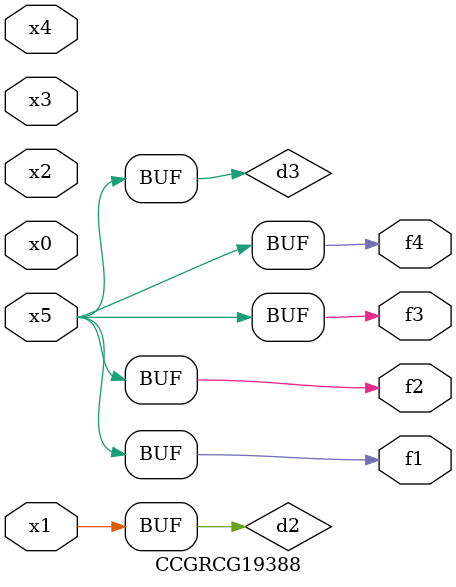
<source format=v>
module CCGRCG19388(
	input x0, x1, x2, x3, x4, x5,
	output f1, f2, f3, f4
);

	wire d1, d2, d3;

	not (d1, x5);
	or (d2, x1);
	xnor (d3, d1);
	assign f1 = d3;
	assign f2 = d3;
	assign f3 = d3;
	assign f4 = d3;
endmodule

</source>
